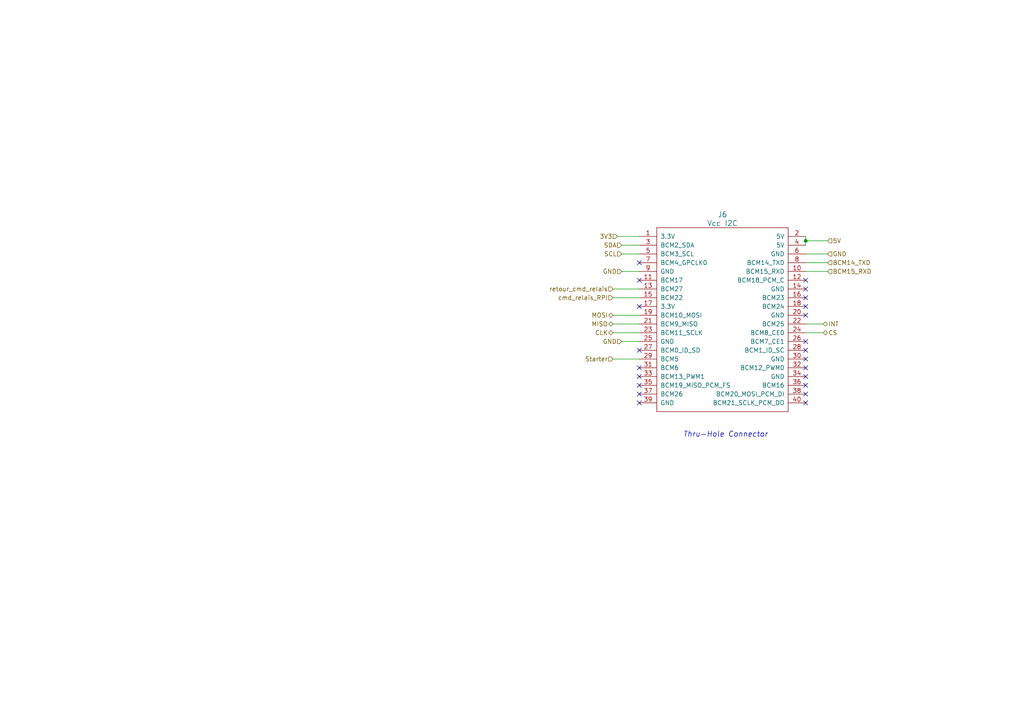
<source format=kicad_sch>
(kicad_sch (version 20211123) (generator eeschema)
  (paper "A4")
  (lib_symbols
    (symbol "RPi_Hat:RPi_GPIO" (pin_names (offset 1.016))
      (property "Reference" "J" (at 19.05 6.35 0))
      (property "Value" "RPi_GPIO" (at 19.05 3.81 0))
      (symbol "RPi_GPIO_0_1"
        (rectangle (start 0 2.54) (end 38.1 -50.8))
      )
      (symbol "RPi_GPIO_1_1"
        (pin power_in line (at -5.08 0 0) (length 5.08) (name "3.3V") (number "1"))
        (pin bidirectional line (at 43.18 -10.16 180) (length 5.08) (name "BCM15_RXD") (number "10"))
        (pin bidirectional line (at -5.08 -12.7 0) (length 5.08) (name "BCM17") (number "11"))
        (pin bidirectional line (at 43.18 -12.7 180) (length 5.08) (name "BCM18_PCM_C") (number "12"))
        (pin bidirectional line (at -5.08 -15.24 0) (length 5.08) (name "BCM27") (number "13"))
        (pin power_in line (at 43.18 -15.24 180) (length 5.08) (name "GND") (number "14"))
        (pin bidirectional line (at -5.08 -17.78 0) (length 5.08) (name "BCM22") (number "15"))
        (pin bidirectional line (at 43.18 -17.78 180) (length 5.08) (name "BCM23") (number "16"))
        (pin power_in line (at -5.08 -20.32 0) (length 5.08) (name "3.3V") (number "17"))
        (pin bidirectional line (at 43.18 -20.32 180) (length 5.08) (name "BCM24") (number "18"))
        (pin bidirectional line (at -5.08 -22.86 0) (length 5.08) (name "BCM10_MOSI") (number "19"))
        (pin power_in line (at 43.18 0 180) (length 5.08) (name "5V") (number "2"))
        (pin power_in line (at 43.18 -22.86 180) (length 5.08) (name "GND") (number "20"))
        (pin bidirectional line (at -5.08 -25.4 0) (length 5.08) (name "BCM9_MISO") (number "21"))
        (pin bidirectional line (at 43.18 -25.4 180) (length 5.08) (name "BCM25") (number "22"))
        (pin bidirectional line (at -5.08 -27.94 0) (length 5.08) (name "BCM11_SCLK") (number "23"))
        (pin bidirectional line (at 43.18 -27.94 180) (length 5.08) (name "BCM8_CE0") (number "24"))
        (pin power_in line (at -5.08 -30.48 0) (length 5.08) (name "GND") (number "25"))
        (pin bidirectional line (at 43.18 -30.48 180) (length 5.08) (name "BCM7_CE1") (number "26"))
        (pin bidirectional line (at -5.08 -33.02 0) (length 5.08) (name "BCM0_ID_SD") (number "27"))
        (pin bidirectional line (at 43.18 -33.02 180) (length 5.08) (name "BCM1_ID_SC") (number "28"))
        (pin bidirectional line (at -5.08 -35.56 0) (length 5.08) (name "BCM5") (number "29"))
        (pin bidirectional line (at -5.08 -2.54 0) (length 5.08) (name "BCM2_SDA") (number "3"))
        (pin power_in line (at 43.18 -35.56 180) (length 5.08) (name "GND") (number "30"))
        (pin bidirectional line (at -5.08 -38.1 0) (length 5.08) (name "BCM6") (number "31"))
        (pin bidirectional line (at 43.18 -38.1 180) (length 5.08) (name "BCM12_PWM0") (number "32"))
        (pin bidirectional line (at -5.08 -40.64 0) (length 5.08) (name "BCM13_PWM1") (number "33"))
        (pin power_in line (at 43.18 -40.64 180) (length 5.08) (name "GND") (number "34"))
        (pin bidirectional line (at -5.08 -43.18 0) (length 5.08) (name "BCM19_MISO_PCM_FS") (number "35"))
        (pin bidirectional line (at 43.18 -43.18 180) (length 5.08) (name "BCM16") (number "36"))
        (pin bidirectional line (at -5.08 -45.72 0) (length 5.08) (name "BCM26") (number "37"))
        (pin bidirectional line (at 43.18 -45.72 180) (length 5.08) (name "BCM20_MOSI_PCM_DI") (number "38"))
        (pin power_in line (at -5.08 -48.26 0) (length 5.08) (name "GND") (number "39"))
        (pin power_in line (at 43.18 -2.54 180) (length 5.08) (name "5V") (number "4"))
        (pin bidirectional line (at 43.18 -48.26 180) (length 5.08) (name "BCM21_SCLK_PCM_DO") (number "40"))
        (pin bidirectional line (at -5.08 -5.08 0) (length 5.08) (name "BCM3_SCL") (number "5"))
        (pin power_in line (at 43.18 -5.08 180) (length 5.08) (name "GND") (number "6"))
        (pin bidirectional line (at -5.08 -7.62 0) (length 5.08) (name "BCM4_GPCLK0") (number "7"))
        (pin bidirectional line (at 43.18 -7.62 180) (length 5.08) (name "BCM14_TXD") (number "8"))
        (pin power_in line (at -5.08 -10.16 0) (length 5.08) (name "GND") (number "9"))
      )
    )
  )
  (junction (at 233.68 69.85))
  (no_connect (at 185.42 116.84))
  (no_connect (at 185.42 114.3))
  (no_connect (at 185.42 111.76))
  (no_connect (at 185.42 106.68))
  (no_connect (at 185.42 101.6))
  (no_connect (at 185.42 88.9))
  (no_connect (at 185.42 81.28))
  (no_connect (at 185.42 109.22))
  (no_connect (at 233.68 111.76))
  (no_connect (at 233.68 114.3))
  (no_connect (at 233.68 116.84))
  (no_connect (at 233.68 86.36))
  (no_connect (at 233.68 88.9))
  (no_connect (at 233.68 91.44))
  (no_connect (at 233.68 81.28))
  (no_connect (at 233.68 83.82))
  (no_connect (at 233.68 99.06))
  (no_connect (at 233.68 101.6))
  (no_connect (at 233.68 104.14))
  (no_connect (at 233.68 106.68))
  (no_connect (at 233.68 109.22))
  (no_connect (at 185.42 76.2))
  (wire (pts (xy 179.07 68.58) (xy 185.42 68.58)))
  (wire (pts (xy 233.68 93.98) (xy 238.76 93.98)))
  (wire (pts (xy 180.34 78.74) (xy 185.42 78.74)))
  (wire (pts (xy 177.8 86.36) (xy 185.42 86.36)))
  (wire (pts (xy 180.34 71.12) (xy 185.42 71.12)))
  (wire (pts (xy 177.8 91.44) (xy 185.42 91.44)))
  (wire (pts (xy 233.68 68.58) (xy 233.68 69.85)))
  (wire (pts (xy 177.8 96.52) (xy 185.42 96.52)))
  (wire (pts (xy 177.8 104.14) (xy 185.42 104.14)))
  (wire (pts (xy 180.34 73.66) (xy 185.42 73.66)))
  (wire (pts (xy 233.68 73.66) (xy 240.03 73.66)))
  (wire (pts (xy 177.8 83.82) (xy 185.42 83.82)))
  (wire (pts (xy 180.34 99.06) (xy 185.42 99.06)))
  (wire (pts (xy 177.8 93.98) (xy 185.42 93.98)))
  (wire (pts (xy 233.68 69.85) (xy 240.03 69.85)))
  (wire (pts (xy 233.68 69.85) (xy 233.68 71.12)))
  (wire (pts (xy 233.68 96.52) (xy 238.76 96.52)))
  (wire (pts (xy 233.68 76.2) (xy 240.03 76.2)))
  (wire (pts (xy 233.68 78.74) (xy 240.03 78.74)))
  (text "Thru-Hole Connector" (at 198.12 127 0) (effects (font (size 1.524 1.524) italic) (justify left bottom)))
  (hierarchical_label "BCM15_RXD" (shape input) (at 240.03 78.74 0))
  (hierarchical_label "SDA" (shape input) (at 180.34 71.12 180))
  (hierarchical_label "SCL" (shape input) (at 180.34 73.66 180))
  (hierarchical_label "cmd_relais_RPI" (shape input) (at 177.8 86.36 180))
  (hierarchical_label "INT" (shape bidirectional) (at 238.76 93.98 0))
  (hierarchical_label "GND" (shape input) (at 180.34 78.74 180))
  (hierarchical_label "BCM14_TXD" (shape input) (at 240.03 76.2 0))
  (hierarchical_label "CS" (shape bidirectional) (at 238.76 96.52 0))
  (hierarchical_label "MOSI" (shape bidirectional) (at 177.8 91.44 180))
  (hierarchical_label "GND" (shape input) (at 240.03 73.66 0))
  (hierarchical_label "GND" (shape input) (at 180.34 99.06 180))
  (hierarchical_label "CLK" (shape bidirectional) (at 177.8 96.52 180))
  (hierarchical_label "Starter" (shape input) (at 177.8 104.14 180))
  (hierarchical_label "retour_cmd_relais" (shape input) (at 177.8 83.82 180))
  (hierarchical_label "3V3" (shape input) (at 179.07 68.58 180))
  (hierarchical_label "MISO" (shape bidirectional) (at 177.8 93.98 180))
  (hierarchical_label "5V" (shape input) (at 240.03 69.85 0))
  (symbol (lib_id "RPi_Hat:RPi_GPIO") (at 190.5 68.58 0) (unit 1)
    (property "Reference" "J6" (at 209.55 62.23 0) (effects (font (size 1.524 1.524))))
    (property "Value" "Vcc I2C" (at 209.55 64.77 0) (effects (font (size 1.524 1.524))))
    (property "Footprint" "Connector_PinHeader_2.54mm:PinHeader_2x02_P2.54mm_Vertical" (effects hide))
  )
)
</source>
